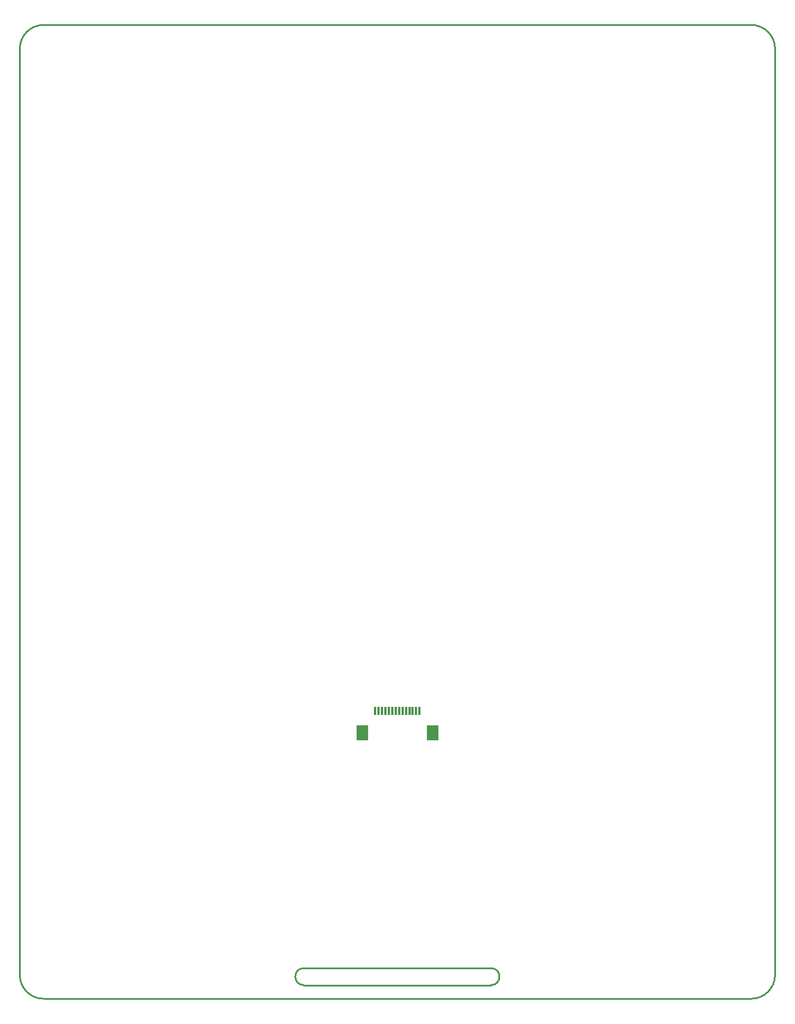
<source format=gbp>
G04*
G04 #@! TF.GenerationSoftware,Altium Limited,Altium Designer,22.2.1 (43)*
G04*
G04 Layer_Color=128*
%FSLAX44Y44*%
%MOMM*%
G71*
G04*
G04 #@! TF.SameCoordinates,AFD451FC-D3FB-4623-B5BF-B3F6322B03FB*
G04*
G04*
G04 #@! TF.FilePolarity,Positive*
G04*
G01*
G75*
%ADD10C,0.2540*%
%ADD116R,0.3000X1.3000*%
%ADD117R,1.8000X2.2000*%
D10*
X137500Y-695000D02*
G03*
X137500Y-670000I0J12500D01*
G01*
X-137500D02*
G03*
X-137500Y-695000I0J-12500D01*
G01*
X520000Y-715000D02*
G03*
X555000Y-680000I0J35000D01*
G01*
Y680000D02*
G03*
X520000Y715000I-35000J0D01*
G01*
X-520000D02*
G03*
X-555000Y680000I0J-35000D01*
G01*
Y-680000D02*
G03*
X-520000Y-715000I35000J0D01*
G01*
X-137500Y-695000D02*
X137500Y-695000D01*
X-137500Y-670000D02*
X137500Y-670000D01*
X555000Y-680000D02*
X555000Y680000D01*
X0Y-715000D02*
X520000D01*
X0Y715000D02*
X520000D01*
X-520000D02*
X0D01*
X-520000Y-715000D02*
X0D01*
X-555000Y680000D02*
X-555000Y-680000D01*
D116*
X-27500Y-292000D02*
D03*
X-22500D02*
D03*
X-12500D02*
D03*
X-7500D02*
D03*
X-2500D02*
D03*
X2500D02*
D03*
X32500D02*
D03*
X27500D02*
D03*
X22500D02*
D03*
X17500D02*
D03*
X12500D02*
D03*
X7500D02*
D03*
X-32500D02*
D03*
X-17500D02*
D03*
D117*
X51500Y-324500D02*
D03*
X-51500D02*
D03*
M02*

</source>
